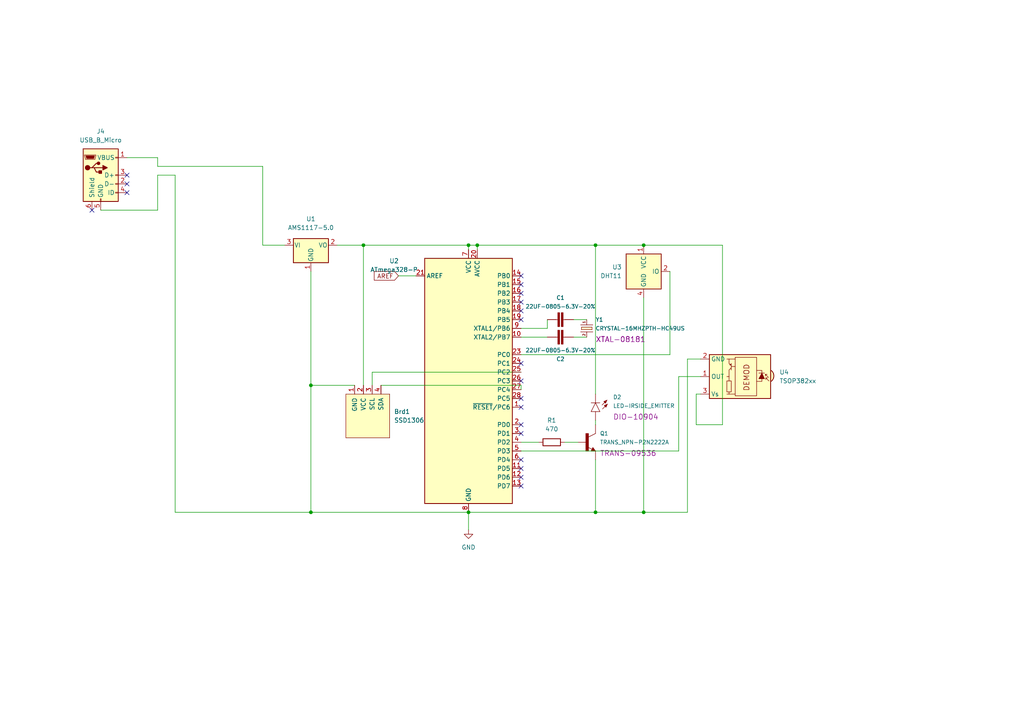
<source format=kicad_sch>
(kicad_sch (version 20211123) (generator eeschema)
  (paper "A4")
  (lib_symbols
    (symbol "Connector:USB_B_Micro" (pin_names (offset 1.016))
      (property "Reference" "J" (at -5.08 11.43 0))
      (property "Value" "USB_B_Micro" (at -5.08 8.89 0))
      (symbol "USB_B_Micro_0_1"
        (rectangle (start -5.08 -7.62) (end 5.08 7.62) (stroke (width 0.254)) (fill (type background)))
        (circle (center -3.81 2.159) (radius 0.635) (stroke (width 0.254)) (fill (type outline)))
        (circle (center -0.635 3.429) (radius 0.381) (stroke (width 0.254)) (fill (type outline)))
        (rectangle (start -0.127 -7.62) (end 0.127 -6.858))
        (polyline (pts (xy -1.905 2.159) (xy 0.635 2.159)) (stroke (width 0.254)))
        (polyline (pts (xy -3.175 2.159) (xy -2.54 2.159) (xy -1.27 3.429) (xy -0.635 3.429)) (stroke (width 0.254)))
        (polyline (pts (xy -2.54 2.159) (xy -1.905 2.159) (xy -1.27 0.889) (xy 0 0.889)) (stroke (width 0.254)))
        (polyline (pts (xy 0.635 2.794) (xy 0.635 1.524) (xy 1.905 2.159) (xy 0.635 2.794)) (stroke (width 0.254)) (fill (type outline)))
        (polyline (pts (xy -4.318 5.588) (xy -1.778 5.588) (xy -2.032 4.826) (xy -4.064 4.826) (xy -4.318 5.588)) (fill (type outline)))
        (polyline (pts (xy -4.699 5.842) (xy -4.699 5.588) (xy -4.445 4.826) (xy -4.445 4.572) (xy -1.651 4.572) (xy -1.651 4.826) (xy -1.397 5.588) (xy -1.397 5.842) (xy -4.699 5.842)))
        (rectangle (start 0.254 1.27) (end -0.508 0.508) (stroke (width 0.254)) (fill (type outline)))
        (rectangle (start 5.08 -5.207) (end 4.318 -4.953))
        (rectangle (start 5.08 -2.667) (end 4.318 -2.413))
        (rectangle (start 5.08 -0.127) (end 4.318 0.127))
        (rectangle (start 5.08 4.953) (end 4.318 5.207))
      )
      (symbol "USB_B_Micro_1_1"
        (pin power_out line (at 7.62 5.08 180) (length 2.54) (name "VBUS") (number "1"))
        (pin bidirectional line (at 7.62 -2.54 180) (length 2.54) (name "D-") (number "2"))
        (pin bidirectional line (at 7.62 0 180) (length 2.54) (name "D+") (number "3"))
        (pin passive line (at 7.62 -5.08 180) (length 2.54) (name "ID") (number "4"))
        (pin power_out line (at 0 -10.16 90) (length 2.54) (name "GND") (number "5"))
        (pin passive line (at -2.54 -10.16 90) (length 2.54) (name "Shield") (number "6"))
      )
    )
    (symbol "Device:R" (pin_numbers hide) (pin_names (offset 0))
      (property "Reference" "R" (at 2.032 0 90))
      (property "Value" "R" (at 0 0 90))
      (symbol "R_0_1"
        (rectangle (start -1.016 -2.54) (end 1.016 2.54) (stroke (width 0.254)))
      )
      (symbol "R_1_1"
        (pin passive line (at 0 3.81 270) (length 1.27) (name "~") (number "1"))
        (pin passive line (at 0 -3.81 90) (length 1.27) (name "~") (number "2"))
      )
    )
    (symbol "Interface_Optical:TSOP382xx"
      (property "Reference" "U" (at -10.16 7.62 0))
      (property "Value" "TSOP382xx" (at -10.16 -7.62 0))
      (symbol "TSOP382xx_0_0"
        (arc (start -10.287 1.397) (mid -11.0899 -0.1852) (end -10.287 -1.778) (stroke (width 0.254)) (fill (type background)))
        (polyline (pts (xy 1.905 -5.08) (xy 0.127 -5.08)))
        (polyline (pts (xy 1.905 5.08) (xy 0.127 5.08)))
        (text "DEMOD" (at -3.175 0.254 900) (effects (font (size 1.524 1.524))))
      )
      (symbol "TSOP382xx_0_1"
        (rectangle (start -6.096 5.588) (end 0.127 -5.588))
        (polyline (pts (xy -8.763 0.381) (xy -9.652 1.27)))
        (polyline (pts (xy -8.763 0.381) (xy -9.271 0.381)))
        (polyline (pts (xy -8.763 0.381) (xy -8.763 0.889)))
        (polyline (pts (xy -8.636 -0.635) (xy -9.525 0.254)))
        (polyline (pts (xy -8.636 -0.635) (xy -9.144 -0.635)))
        (polyline (pts (xy -8.636 -0.635) (xy -8.636 -0.127)))
        (polyline (pts (xy -8.382 -1.016) (xy -6.731 -1.016)))
        (polyline (pts (xy 1.27 -2.921) (xy 0.127 -2.921)))
        (polyline (pts (xy 1.27 -1.905) (xy 1.27 -3.81)))
        (polyline (pts (xy 1.397 -3.556) (xy 1.524 -3.556)))
        (polyline (pts (xy 1.651 -3.556) (xy 1.524 -3.556)))
        (polyline (pts (xy 1.651 -3.556) (xy 1.651 -3.302)))
        (polyline (pts (xy 1.905 0) (xy 1.905 1.27)))
        (polyline (pts (xy 1.905 4.445) (xy 1.905 5.08) (xy 2.54 5.08)))
        (polyline (pts (xy -8.382 0.635) (xy -6.731 0.635) (xy -7.62 -1.016) (xy -8.382 0.635)) (fill (type outline)))
        (polyline (pts (xy -6.096 1.397) (xy -7.62 1.397) (xy -7.62 -1.778) (xy -6.096 -1.778)))
        (polyline (pts (xy 1.27 -3.175) (xy 1.905 -3.81) (xy 1.905 -5.08) (xy 2.54 -5.08)))
        (polyline (pts (xy 1.27 -2.54) (xy 1.905 -1.905) (xy 1.905 0) (xy 2.54 0)))
        (rectangle (start 2.54 1.27) (end 1.27 4.445))
        (rectangle (start 7.62 6.35) (end -10.16 -6.35) (stroke (width 0.254)) (fill (type background)))
      )
      (symbol "TSOP382xx_1_1"
        (pin output line (at 10.16 0 180) (length 2.54) (name "OUT") (number "1"))
        (pin power_in line (at 10.16 -5.08 180) (length 2.54) (name "GND") (number "2"))
        (pin power_in line (at 10.16 5.08 180) (length 2.54) (name "Vs") (number "3"))
      )
    )
    (symbol "MCU_Microchip_ATmega:ATmega328-P"
      (property "Reference" "U" (at -12.7 36.83 0))
      (property "Value" "ATmega328-P" (at 2.54 -36.83 0))
      (symbol "ATmega328-P_0_1"
        (rectangle (start -12.7 -35.56) (end 12.7 35.56) (stroke (width 0.254)) (fill (type background)))
      )
      (symbol "ATmega328-P_1_1"
        (pin bidirectional line (at 15.24 -7.62 180) (length 2.54) (name "~{RESET}/PC6") (number "1"))
        (pin bidirectional line (at 15.24 12.7 180) (length 2.54) (name "XTAL2/PB7") (number "10"))
        (pin bidirectional line (at 15.24 -25.4 180) (length 2.54) (name "PD5") (number "11"))
        (pin bidirectional line (at 15.24 -27.94 180) (length 2.54) (name "PD6") (number "12"))
        (pin bidirectional line (at 15.24 -30.48 180) (length 2.54) (name "PD7") (number "13"))
        (pin bidirectional line (at 15.24 30.48 180) (length 2.54) (name "PB0") (number "14"))
        (pin bidirectional line (at 15.24 27.94 180) (length 2.54) (name "PB1") (number "15"))
        (pin bidirectional line (at 15.24 25.4 180) (length 2.54) (name "PB2") (number "16"))
        (pin bidirectional line (at 15.24 22.86 180) (length 2.54) (name "PB3") (number "17"))
        (pin bidirectional line (at 15.24 20.32 180) (length 2.54) (name "PB4") (number "18"))
        (pin bidirectional line (at 15.24 17.78 180) (length 2.54) (name "PB5") (number "19"))
        (pin bidirectional line (at 15.24 -12.7 180) (length 2.54) (name "PD0") (number "2"))
        (pin power_in line (at 2.54 38.1 270) (length 2.54) (name "AVCC") (number "20"))
        (pin passive line (at -15.24 30.48 0) (length 2.54) (name "AREF") (number "21"))
        (pin passive line (at 0 -38.1 90) (length 2.54) hide (name "GND") (number "22"))
        (pin bidirectional line (at 15.24 7.62 180) (length 2.54) (name "PC0") (number "23"))
        (pin bidirectional line (at 15.24 5.08 180) (length 2.54) (name "PC1") (number "24"))
        (pin bidirectional line (at 15.24 2.54 180) (length 2.54) (name "PC2") (number "25"))
        (pin bidirectional line (at 15.24 0 180) (length 2.54) (name "PC3") (number "26"))
        (pin bidirectional line (at 15.24 -2.54 180) (length 2.54) (name "PC4") (number "27"))
        (pin bidirectional line (at 15.24 -5.08 180) (length 2.54) (name "PC5") (number "28"))
        (pin bidirectional line (at 15.24 -15.24 180) (length 2.54) (name "PD1") (number "3"))
        (pin bidirectional line (at 15.24 -17.78 180) (length 2.54) (name "PD2") (number "4"))
        (pin bidirectional line (at 15.24 -20.32 180) (length 2.54) (name "PD3") (number "5"))
        (pin bidirectional line (at 15.24 -22.86 180) (length 2.54) (name "PD4") (number "6"))
        (pin power_in line (at 0 38.1 270) (length 2.54) (name "VCC") (number "7"))
        (pin power_in line (at 0 -38.1 90) (length 2.54) (name "GND") (number "8"))
        (pin bidirectional line (at 15.24 15.24 180) (length 2.54) (name "XTAL1/PB6") (number "9"))
      )
    )
    (symbol "Regulator_Linear:AMS1117-5.0" (pin_names (offset 0.254))
      (property "Reference" "U" (at -3.81 3.175 0))
      (property "Value" "AMS1117-5.0" (at 0 3.175 0))
      (symbol "AMS1117-5.0_0_1"
        (rectangle (start -5.08 -5.08) (end 5.08 1.905) (stroke (width 0.254)) (fill (type background)))
      )
      (symbol "AMS1117-5.0_1_1"
        (pin power_in line (at 0 -7.62 90) (length 2.54) (name "GND") (number "1"))
        (pin power_out line (at 7.62 0 180) (length 2.54) (name "VO") (number "2"))
        (pin power_in line (at -7.62 0 0) (length 2.54) (name "VI") (number "3"))
      )
    )
    (symbol "SSD1306-128x64_OLED:SSD1306" (pin_names (offset 1.016))
      (property "Reference" "Brd" (at 0 -3.81 0))
      (property "Value" "SSD1306" (at 0 -1.27 0))
      (symbol "SSD1306_0_1"
        (rectangle (start -6.35 6.35) (end 6.35 -6.35) (fill (type background)))
      )
      (symbol "SSD1306_1_1"
        (pin input line (at -3.81 8.89 270) (length 2.54) (name "GND") (number "1"))
        (pin input line (at -1.27 8.89 270) (length 2.54) (name "VCC") (number "2"))
        (pin input line (at 1.27 8.89 270) (length 2.54) (name "SCL") (number "3"))
        (pin input line (at 3.81 8.89 270) (length 2.54) (name "SDA") (number "4"))
      )
    )
    (symbol "Sensor:DHT11"
      (property "Reference" "U" (at -3.81 6.35 0))
      (property "Value" "DHT11" (at 3.81 6.35 0))
      (symbol "DHT11_0_1"
        (rectangle (start -5.08 5.08) (end 5.08 -5.08) (stroke (width 0.254)) (fill (type background)))
      )
      (symbol "DHT11_1_1"
        (pin power_in line (at 0 7.62 270) (length 2.54) (name "VCC") (number "1"))
        (pin bidirectional line (at 7.62 0 180) (length 2.54) (name "IO") (number "2"))
        (pin no_connect line (at -5.08 0 0) (length 2.54) hide (name "NC") (number "3"))
        (pin power_in line (at 0 -7.62 90) (length 2.54) (name "GND") (number "4"))
      )
    )
    (symbol "SparkFun-Capacitors:22UF-0805-6.3V-20%" (pin_numbers hide) (pin_names (offset 1.016) hide)
      (property "Reference" "C" (at 1.524 2.921 0))
      (property "Value" "22UF-0805-6.3V-20%" (at 1.524 -2.159 0))
      (property "Field4" "CAP-08402" (at 0 7.62 0))
      (symbol "22UF-0805-6.3V-20%_1_0"
        (polyline (pts (xy 0 0) (xy 0 0.508)))
        (polyline (pts (xy 0 2.54) (xy 0 2.032)))
      )
      (symbol "22UF-0805-6.3V-20%_1_1"
        (rectangle (start -2.032 0.508) (end 2.032 1.016) (fill (type outline)))
        (rectangle (start -2.032 1.524) (end 2.032 2.032) (fill (type outline)))
        (pin passive line (at 0 5.08 270) (length 2.54) (name "1") (number "1"))
        (pin passive line (at 0 -2.54 90) (length 2.54) (name "2") (number "2"))
      )
    )
    (symbol "SparkFun-Clocks:CRYSTAL-16MHZPTH-HC49US" (pin_numbers hide) (pin_names (offset 1.016) hide)
      (property "Reference" "Y" (at 0 2.54 0))
      (property "Value" "CRYSTAL-16MHZPTH-HC49US" (at 0 -3.81 0))
      (property "Field4" "XTAL-08181" (at 0 6.35 0))
      (symbol "CRYSTAL-16MHZPTH-HC49US_1_0"
        (polyline (pts (xy -2.54 0) (xy -1.016 0)))
        (polyline (pts (xy -1.016 1.778) (xy -1.016 -1.778)))
        (polyline (pts (xy 1.016 0) (xy 2.54 0)))
        (polyline (pts (xy 1.016 1.778) (xy 1.016 -1.778)))
        (text "1" (at -1.8288 -0.7874 0) (effects (font (size 0.6858 0.6858))))
        (text "2" (at 1.8542 -0.7874 0) (effects (font (size 0.6858 0.6858))))
      )
      (symbol "CRYSTAL-16MHZPTH-HC49US_1_1"
        (polyline (pts (xy -0.381 1.524) (xy -0.381 -1.524) (xy 0.381 -1.524) (xy 0.381 1.524) (xy -0.381 1.524)) (fill (type background)))
        (pin passive line (at -2.54 0 0) (length 0) (name "1") (number "1"))
        (pin passive line (at 2.54 0 180) (length 0) (name "2") (number "2"))
      )
    )
    (symbol "SparkFun-DiscreteSemi:TRANS_NPN-P2N2222A" (pin_numbers hide) (pin_names (offset 1.016) hide)
      (property "Reference" "Q" (at 3.81 3.81 0))
      (property "Value" "TRANS_NPN-P2N2222A" (at 3.81 -5.08 0))
      (property "Field4" "TRANS-09536" (at 0 7.62 0))
      (symbol "TRANS_NPN-P2N2222A_1_0"
        (polyline (pts (xy 1.524 -2.032) (xy 0.3048 -1.4224)))
        (polyline (pts (xy 2.54 2.54) (xy 0.508 1.524)))
      )
      (symbol "TRANS_NPN-P2N2222A_1_1"
        (rectangle (start -0.254 -2.54) (end 0.508 2.54) (fill (type outline)))
        (polyline (pts (xy 1.778 -1.524) (xy 2.54 -2.54) (xy 1.27 -2.54) (xy 1.778 -1.524)) (fill (type outline)))
        (pin passive line (at 2.54 5.08 270) (length 2.54) (name "C") (number "1"))
        (pin passive line (at -2.54 0 0) (length 2.54) (name "B") (number "2"))
        (pin passive line (at 2.54 -5.08 90) (length 2.54) (name "E") (number "3"))
      )
    )
    (symbol "SparkFun-LED:LED-IRSIDE_EMITTER" (pin_numbers hide) (pin_names (offset 1.016) hide)
      (property "Reference" "D" (at -1.27 -6.35 90))
      (property "Value" "LED-IRSIDE_EMITTER" (at 3.81 -6.35 90))
      (property "Field4" "DIO-10904" (at -6.35 0 90))
      (symbol "LED-IRSIDE_EMITTER_1_0"
        (polyline (pts (xy -2.032 -0.762) (xy -3.429 -2.159)))
        (polyline (pts (xy -1.905 -1.905) (xy -3.302 -3.302)))
        (polyline (pts (xy 0 -2.54) (xy -1.27 -2.54)))
        (polyline (pts (xy 0 -2.54) (xy -1.27 0)))
        (polyline (pts (xy 1.27 -2.54) (xy 0 -2.54)))
        (polyline (pts (xy 1.27 0) (xy -1.27 0)))
        (polyline (pts (xy 1.27 0) (xy 0 -2.54)))
      )
      (symbol "LED-IRSIDE_EMITTER_1_1"
        (polyline (pts (xy -3.429 -2.159) (xy -3.048 -1.27) (xy -3.048 -1.27) (xy -2.54 -1.778) (xy -2.54 -1.778) (xy -3.429 -2.159)) (fill (type outline)))
        (polyline (pts (xy -3.302 -3.302) (xy -2.921 -2.413) (xy -2.921 -2.413) (xy -2.413 -2.921) (xy -2.413 -2.921) (xy -3.302 -3.302)) (fill (type outline)))
        (pin passive line (at 0 2.54 270) (length 2.54) (name "A") (number "A"))
        (pin passive line (at 0 -5.08 90) (length 2.54) (name "C") (number "C"))
      )
    )
    (symbol "power:GND" (power) (pin_names (offset 0))
      (property "Value" "GND" (at 0 -3.81 0))
      (symbol "GND_0_1"
        (polyline (pts (xy 0 0) (xy 0 -1.27) (xy 1.27 -1.27) (xy 0 -2.54) (xy -1.27 -1.27) (xy 0 -1.27)))
      )
      (symbol "GND_1_1"
        (pin power_in line (at 0 0 270) (length 0) hide (name "GND") (number "1"))
      )
    )
  )
  (junction (at 135.89 148.59))
  (junction (at 90.17 111.76))
  (junction (at 186.69 148.59))
  (junction (at 172.72 71.12))
  (junction (at 105.41 71.12))
  (junction (at 90.17 148.59))
  (junction (at 138.43 71.12))
  (junction (at 186.69 71.12))
  (junction (at 172.72 148.59))
  (junction (at 135.89 71.12))
  (no_connect (at 151.13 115.57))
  (no_connect (at 151.13 118.11))
  (no_connect (at 151.13 133.35))
  (no_connect (at 151.13 123.19))
  (no_connect (at 151.13 125.73))
  (no_connect (at 151.13 87.63))
  (no_connect (at 151.13 90.17))
  (no_connect (at 151.13 92.71))
  (no_connect (at 151.13 82.55))
  (no_connect (at 151.13 80.01))
  (no_connect (at 151.13 85.09))
  (no_connect (at 151.13 140.97))
  (no_connect (at 151.13 138.43))
  (no_connect (at 151.13 135.89))
  (no_connect (at 151.13 110.49))
  (no_connect (at 151.13 105.41))
  (no_connect (at 26.67 60.96))
  (no_connect (at 36.83 55.88))
  (no_connect (at 36.83 53.34))
  (no_connect (at 36.83 50.8))
  (wire (pts (xy 186.69 86.36) (xy 186.69 148.59)))
  (wire (pts (xy 36.83 45.72) (xy 45.72 45.72)))
  (wire (pts (xy 82.55 71.12) (xy 76.2 71.12)))
  (wire (pts (xy 199.39 104.14) (xy 203.2 104.14)))
  (wire (pts (xy 45.72 48.26) (xy 76.2 48.26)))
  (wire (pts (xy 45.72 50.8) (xy 45.72 60.96)))
  (wire (pts (xy 90.17 111.76) (xy 90.17 148.59)))
  (wire (pts (xy 186.69 71.12) (xy 172.72 71.12)))
  (wire (pts (xy 151.13 97.79) (xy 158.75 97.79)))
  (wire (pts (xy 151.13 128.27) (xy 156.21 128.27)))
  (wire (pts (xy 209.55 71.12) (xy 186.69 71.12)))
  (wire (pts (xy 199.39 148.59) (xy 186.69 148.59)))
  (wire (pts (xy 115.57 80.01) (xy 120.65 80.01)))
  (wire (pts (xy 90.17 78.74) (xy 90.17 111.76)))
  (wire (pts (xy 158.75 92.71) (xy 158.75 95.25)))
  (wire (pts (xy 135.89 148.59) (xy 172.72 148.59)))
  (wire (pts (xy 172.72 133.35) (xy 172.72 148.59)))
  (wire (pts (xy 76.2 48.26) (xy 76.2 71.12)))
  (wire (pts (xy 194.31 78.74) (xy 194.31 102.87)))
  (wire (pts (xy 97.79 71.12) (xy 105.41 71.12)))
  (wire (pts (xy 166.37 92.71) (xy 170.18 92.71)))
  (wire (pts (xy 138.43 71.12) (xy 138.43 72.39)))
  (wire (pts (xy 50.8 50.8) (xy 50.8 148.59)))
  (wire (pts (xy 163.83 128.27) (xy 167.64 128.27)))
  (wire (pts (xy 90.17 111.76) (xy 102.87 111.76)))
  (wire (pts (xy 151.13 102.87) (xy 194.31 102.87)))
  (wire (pts (xy 90.17 148.59) (xy 135.89 148.59)))
  (wire (pts (xy 107.95 107.95) (xy 151.13 107.95)))
  (wire (pts (xy 45.72 50.8) (xy 50.8 50.8)))
  (wire (pts (xy 201.93 114.3) (xy 201.93 123.19)))
  (wire (pts (xy 172.72 121.92) (xy 172.72 123.19)))
  (wire (pts (xy 209.55 123.19) (xy 209.55 71.12)))
  (wire (pts (xy 166.37 97.79) (xy 170.18 97.79)))
  (wire (pts (xy 201.93 123.19) (xy 209.55 123.19)))
  (wire (pts (xy 196.85 109.22) (xy 203.2 109.22)))
  (wire (pts (xy 172.72 71.12) (xy 172.72 114.3)))
  (wire (pts (xy 135.89 71.12) (xy 135.89 72.39)))
  (wire (pts (xy 151.13 130.81) (xy 196.85 130.81)))
  (wire (pts (xy 107.95 111.76) (xy 107.95 107.95)))
  (wire (pts (xy 172.72 148.59) (xy 186.69 148.59)))
  (wire (pts (xy 138.43 71.12) (xy 135.89 71.12)))
  (wire (pts (xy 45.72 45.72) (xy 45.72 48.26)))
  (wire (pts (xy 105.41 71.12) (xy 105.41 111.76)))
  (wire (pts (xy 135.89 148.59) (xy 135.89 153.67)))
  (wire (pts (xy 151.13 95.25) (xy 158.75 95.25)))
  (wire (pts (xy 29.21 60.96) (xy 45.72 60.96)))
  (wire (pts (xy 50.8 148.59) (xy 90.17 148.59)))
  (wire (pts (xy 151.13 111.76) (xy 151.13 113.03)))
  (wire (pts (xy 201.93 114.3) (xy 203.2 114.3)))
  (wire (pts (xy 199.39 104.14) (xy 199.39 148.59)))
  (wire (pts (xy 196.85 130.81) (xy 196.85 109.22)))
  (wire (pts (xy 110.49 111.76) (xy 151.13 111.76)))
  (wire (pts (xy 172.72 71.12) (xy 138.43 71.12)))
  (wire (pts (xy 105.41 71.12) (xy 135.89 71.12)))
  (global_label "AREF" (shape input) (at 115.57 80.01 180) (property "Intersheet References" "${INTERSHEET_REFS}" (effects hide)))
  (symbol (lib_id "SSD1306-128x64_OLED:SSD1306") (at 106.68 120.65 0) (unit 1)
    (property "Reference" "Brd1" (at 114.3 119.3799 0) (effects (justify left)))
    (property "Value" "SSD1306" (at 114.3 121.9199 0) (effects (justify left)))
    (property "Footprint" "SSD1306:128x64OLED" (effects hide))
  )
  (symbol (lib_id "Sensor:DHT11") (at 186.69 78.74 0) (unit 1)
    (property "Reference" "U3" (at 180.34 77.4699 0) (effects (justify right)))
    (property "Value" "DHT11" (at 180.34 80.0099 0) (effects (justify right)))
    (property "Footprint" "Sensor:Aosong_DHT11_5.5x12.0_P2.54mm" (effects hide))
    (property "Datasheet" "http://akizukidenshi.com/download/ds/aosong/DHT11.pdf" (effects hide))
  )
  (symbol (lib_id "SparkFun-DiscreteSemi:TRANS_NPN-P2N2222A") (at 170.18 128.27 0) (unit 1)
    (property "Reference" "Q1" (at 173.99 125.73 0) (effects (font (size 1.143 1.143)) (justify left)))
    (property "Value" "TRANS_NPN-P2N2222A" (at 173.99 128.27 0) (effects (font (size 1.143 1.143)) (justify left)))
    (property "Footprint" "Package_TO_SOT_THT:TO-92" (effects hide))
    (property "Field4" "TRANS-09536" (at 173.99 131.445 0) (effects (font (size 1.524 1.524)) (justify left)))
  )
  (symbol (lib_id "SparkFun-LED:LED-IRSIDE_EMITTER") (at 172.72 119.38 180) (unit 1)
    (property "Reference" "D2" (at 177.8 115.189 0) (effects (font (size 1.143 1.143)) (justify right)))
    (property "Value" "LED-IRSIDE_EMITTER" (at 177.8 117.729 0) (effects (font (size 1.143 1.143)) (justify right)))
    (property "Footprint" "LED_THT:LED_D3.0mm_Horizontal_O1.27mm_Z2.0mm_IRGrey" (effects hide))
    (property "Field4" "DIO-10904" (at 177.8 120.904 0) (effects (font (size 1.524 1.524)) (justify right)))
  )
  (symbol (lib_id "SparkFun-Capacitors:22UF-0805-6.3V-20%") (at 163.83 92.71 90) (unit 1)
    (property "Reference" "C1" (at 162.56 86.36 90) (effects (font (size 1.143 1.143))))
    (property "Value" "22UF-0805-6.3V-20%" (at 162.56 88.9 90) (effects (font (size 1.143 1.143))))
    (property "Footprint" "Capacitor_THT:C_Disc_D4.7mm_W2.5mm_P5.00mm" (effects hide))
  )
  (symbol (lib_id "power:GND") (at 135.89 153.67 0) (unit 1)
    (property "Reference" "#PWR01" (effects hide))
    (property "Value" "GND" (at 135.89 158.75 0))
  )
  (symbol (lib_id "Connector:USB_B_Micro") (at 29.21 50.8 0) (unit 1)
    (property "Reference" "J4" (at 29.21 38.1 0))
    (property "Value" "USB_B_Micro" (at 29.21 40.64 0))
    (property "Footprint" "Connector_USB:USB_Micro-B_Amphenol_10103594-0001LF_Horizontal" (effects hide))
  )
  (symbol (lib_id "SparkFun-Clocks:CRYSTAL-16MHZPTH-HC49US") (at 170.18 95.25 270) (unit 1)
    (property "Reference" "Y1" (at 172.72 92.71 90) (effects (font (size 1.143 1.143)) (justify left)))
    (property "Value" "CRYSTAL-16MHZPTH-HC49US" (at 172.72 95.25 90) (effects (font (size 1.143 1.143)) (justify left)))
    (property "Footprint" "Crystal:Crystal_HC18-U_Vertical" (effects hide))
    (property "Field4" "XTAL-08181" (at 172.72 98.425 90) (effects (font (size 1.524 1.524)) (justify left)))
  )
  (symbol (lib_id "Device:R") (at 160.02 128.27 90) (unit 1)
    (property "Reference" "R1" (at 160.02 121.92 90))
    (property "Value" "470" (at 160.02 124.46 90))
    (property "Footprint" "Resistor_THT:R_Axial_DIN0204_L3.6mm_D1.6mm_P5.08mm_Horizontal" (effects hide))
  )
  (symbol (lib_id "MCU_Microchip_ATmega:ATmega328-P") (at 135.89 110.49 0) (unit 1)
    (property "Reference" "U2" (at 114.3 75.6793 0))
    (property "Value" "ATmega328-P" (at 114.3 78.2193 0))
    (property "Footprint" "Package_DIP:DIP-28_W7.62mm_LongPads" (effects hide))
    (property "Datasheet" "http://ww1.microchip.com/downloads/en/DeviceDoc/ATmega328_P%20AVR%20MCU%20with%20picoPower%20Technology%20Data%20Sheet%2040001984A.pdf" (effects hide))
  )
  (symbol (lib_id "SparkFun-Capacitors:22UF-0805-6.3V-20%") (at 163.83 97.79 90) (unit 1)
    (property "Reference" "C2" (at 162.56 104.14 90) (effects (font (size 1.143 1.143))))
    (property "Value" "22UF-0805-6.3V-20%" (at 162.56 101.6 90) (effects (font (size 1.143 1.143))))
    (property "Footprint" "Capacitor_THT:C_Disc_D4.7mm_W2.5mm_P5.00mm" (effects hide))
  )
  (symbol (lib_id "Interface_Optical:TSOP382xx") (at 213.36 109.22 180) (unit 1)
    (property "Reference" "U4" (at 226.06 107.9499 0) (effects (justify right)))
    (property "Value" "TSOP382xx" (at 226.06 110.4899 0) (effects (justify right)))
    (property "Footprint" "OptoDevice:Vishay_MINICAST-3Pin" (effects hide))
    (property "Datasheet" "http://www.vishay.com/docs/82491/tsop382.pdf" (effects hide))
  )
  (symbol (lib_id "Regulator_Linear:AMS1117-5.0") (at 90.17 71.12 0) (unit 1)
    (property "Reference" "U1" (at 90.17 63.5 0))
    (property "Value" "AMS1117-5.0" (at 90.17 66.04 0))
    (property "Footprint" "Package_TO_SOT_SMD:SOT-223-3_TabPin2" (effects hide))
    (property "Datasheet" "http://www.advanced-monolithic.com/pdf/ds1117.pdf" (effects hide))
  )
)
</source>
